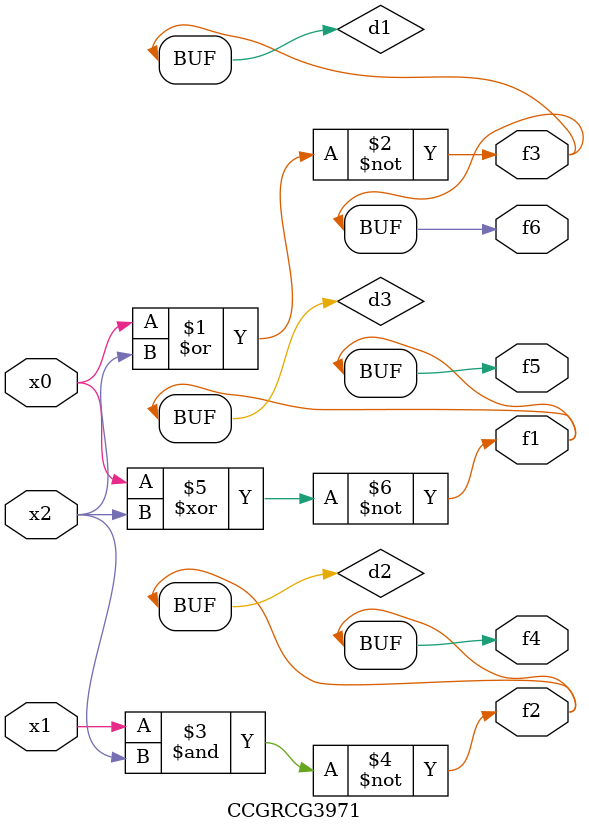
<source format=v>
module CCGRCG3971(
	input x0, x1, x2,
	output f1, f2, f3, f4, f5, f6
);

	wire d1, d2, d3;

	nor (d1, x0, x2);
	nand (d2, x1, x2);
	xnor (d3, x0, x2);
	assign f1 = d3;
	assign f2 = d2;
	assign f3 = d1;
	assign f4 = d2;
	assign f5 = d3;
	assign f6 = d1;
endmodule

</source>
